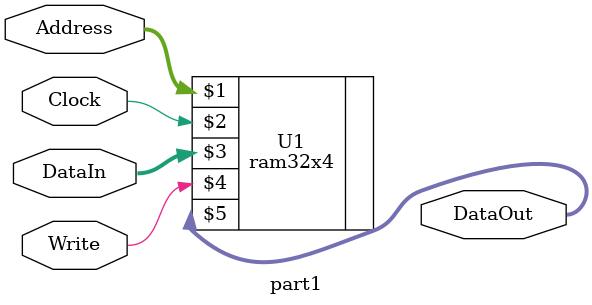
<source format=v>
module part1 (Clock, DataIn, DataOut, Address, Write);
	input Clock, Write;
	input [3:0] DataIn;
	output [3:0] DataOut;
	input [4:0] Address;
	
	ram32x4 U1 (Address, Clock, DataIn, Write, DataOut);
endmodule

</source>
